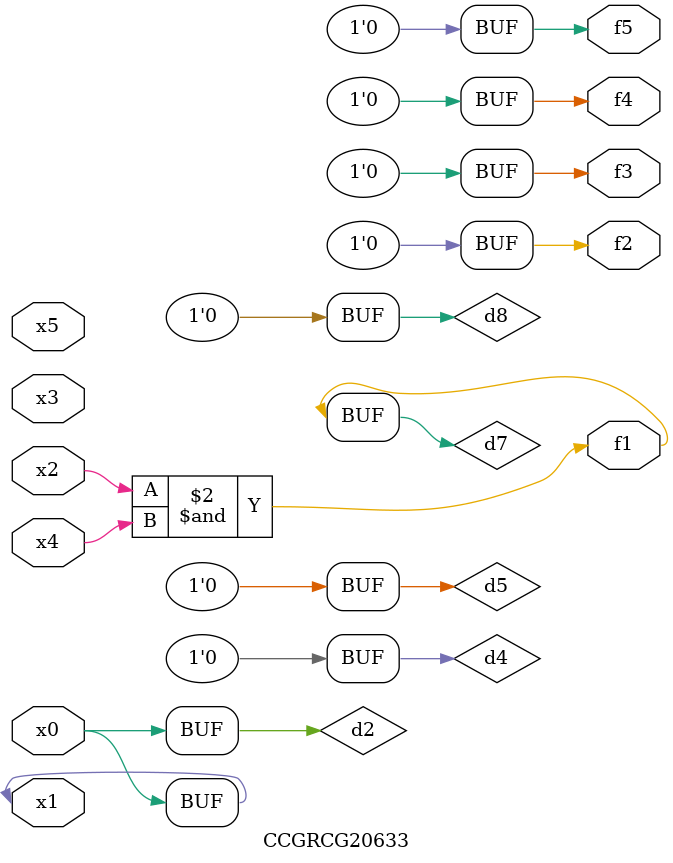
<source format=v>
module CCGRCG20633(
	input x0, x1, x2, x3, x4, x5,
	output f1, f2, f3, f4, f5
);

	wire d1, d2, d3, d4, d5, d6, d7, d8, d9;

	nand (d1, x1);
	buf (d2, x0, x1);
	nand (d3, x2, x4);
	and (d4, d1, d2);
	and (d5, d1, d2);
	nand (d6, d1, d3);
	not (d7, d3);
	xor (d8, d5);
	nor (d9, d5, d6);
	assign f1 = d7;
	assign f2 = d8;
	assign f3 = d8;
	assign f4 = d8;
	assign f5 = d8;
endmodule

</source>
